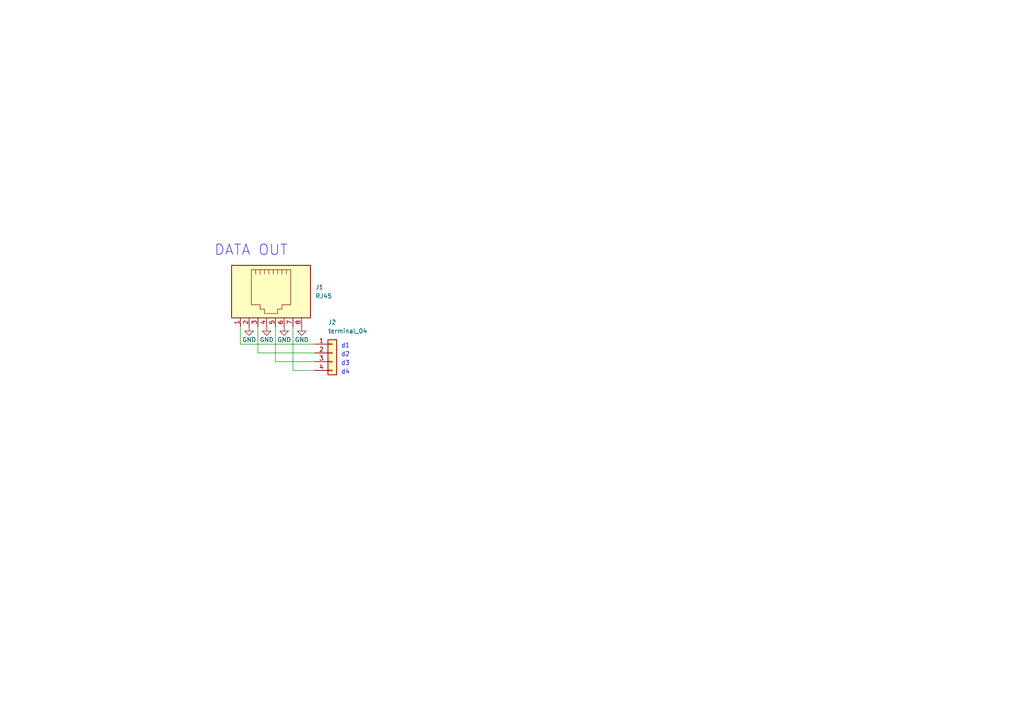
<source format=kicad_sch>
(kicad_sch (version 20230121) (generator eeschema)
  (paper "A4")
  (lib_symbols
    (symbol "Connector:RJ45" (pin_names (offset 1.016))
      (property "Reference" "J" (at -5.08 13.97 0))
      (property "Value" "RJ45" (at 2.54 13.97 0))
      (symbol "RJ45_0_1"
        (polyline (pts (xy -5.08 4.445) (xy -6.35 4.445)))
        (polyline (pts (xy -5.08 5.715) (xy -6.35 5.715)))
        (polyline (pts (xy -6.35 -3.175) (xy -5.08 -3.175) (xy -5.08 -3.175)))
        (polyline (pts (xy -6.35 -1.905) (xy -5.08 -1.905) (xy -5.08 -1.905)))
        (polyline (pts (xy -6.35 -0.635) (xy -5.08 -0.635) (xy -5.08 -0.635)))
        (polyline (pts (xy -6.35 0.635) (xy -5.08 0.635) (xy -5.08 0.635)))
        (polyline (pts (xy -6.35 1.905) (xy -5.08 1.905) (xy -5.08 1.905)))
        (polyline (pts (xy -5.08 3.175) (xy -6.35 3.175) (xy -6.35 3.175)))
        (polyline (pts (xy -6.35 -4.445) (xy -6.35 6.985) (xy 3.81 6.985) (xy 3.81 4.445) (xy 5.08 4.445) (xy 5.08 3.175) (xy 6.35 3.175) (xy 6.35 -0.635) (xy 5.08 -0.635) (xy 5.08 -1.905) (xy 3.81 -1.905) (xy 3.81 -4.445) (xy -6.35 -4.445) (xy -6.35 -4.445)))
        (rectangle (start 7.62 12.7) (end -7.62 -10.16) (stroke (width 0.254)) (fill (type background)))
      )
      (symbol "RJ45_1_1"
        (pin passive line (at 10.16 -7.62 180) (length 2.54) (name "~") (number "1"))
        (pin passive line (at 10.16 -5.08 180) (length 2.54) (name "~") (number "2"))
        (pin passive line (at 10.16 -2.54 180) (length 2.54) (name "~") (number "3"))
        (pin passive line (at 10.16 0 180) (length 2.54) (name "~") (number "4"))
        (pin passive line (at 10.16 2.54 180) (length 2.54) (name "~") (number "5"))
        (pin passive line (at 10.16 5.08 180) (length 2.54) (name "~") (number "6"))
        (pin passive line (at 10.16 7.62 180) (length 2.54) (name "~") (number "7"))
        (pin passive line (at 10.16 10.16 180) (length 2.54) (name "~") (number "8"))
      )
    )
    (symbol "Connector_Generic:Conn_01x04" (pin_names (offset 1.016) hide)
      (property "Reference" "J" (at 0 5.08 0))
      (property "Value" "Conn_01x04" (at 0 -7.62 0))
      (symbol "Conn_01x04_1_1"
        (rectangle (start -1.27 -4.953) (end 0 -5.207) (stroke (width 0.1524)))
        (rectangle (start -1.27 -2.413) (end 0 -2.667) (stroke (width 0.1524)))
        (rectangle (start -1.27 0.127) (end 0 -0.127) (stroke (width 0.1524)))
        (rectangle (start -1.27 2.667) (end 0 2.413) (stroke (width 0.1524)))
        (rectangle (start -1.27 3.81) (end 1.27 -6.35) (stroke (width 0.254)) (fill (type background)))
        (pin passive line (at -5.08 2.54 0) (length 3.81) (name "Pin_1") (number "1"))
        (pin passive line (at -5.08 0 0) (length 3.81) (name "Pin_2") (number "2"))
        (pin passive line (at -5.08 -2.54 0) (length 3.81) (name "Pin_3") (number "3"))
        (pin passive line (at -5.08 -5.08 0) (length 3.81) (name "Pin_4") (number "4"))
      )
    )
    (symbol "power:GND" (power) (pin_names (offset 0))
      (property "Value" "GND" (at 0 -3.81 0))
      (symbol "GND_0_1"
        (polyline (pts (xy 0 0) (xy 0 -1.27) (xy 1.27 -1.27) (xy 0 -2.54) (xy -1.27 -1.27) (xy 0 -1.27)))
      )
      (symbol "GND_1_1"
        (pin power_in line (at 0 0 270) (length 0) hide (name "GND") (number "1"))
      )
    )
  )
  (wire (pts (xy 84.963 107.442) (xy 91.313 107.442)))
  (wire (pts (xy 69.723 99.822) (xy 91.313 99.822)))
  (wire (pts (xy 69.723 94.742) (xy 69.723 99.822)))
  (wire (pts (xy 74.803 94.742) (xy 74.803 102.362)))
  (wire (pts (xy 74.803 102.362) (xy 91.313 102.362)))
  (wire (pts (xy 84.963 94.742) (xy 84.963 107.442)))
  (wire (pts (xy 79.883 104.902) (xy 91.313 104.902)))
  (wire (pts (xy 79.883 94.742) (xy 79.883 104.902)))
  (text "DATA OUT" (at 62.103 74.422 0) (effects (font (size 3 3)) (justify left bottom)))
  (text "d3" (at 98.933 106.172 0) (effects (font (size 1.27 1.27)) (justify left bottom)))
  (text "d1" (at 98.933 101.092 0) (effects (font (size 1.27 1.27)) (justify left bottom)))
  (text "d2" (at 98.933 103.632 0) (effects (font (size 1.27 1.27)) (justify left bottom)))
  (text "d4" (at 98.933 108.712 0) (effects (font (size 1.27 1.27)) (justify left bottom)))
  (symbol (lib_id "power:GND") (at 87.503 94.742 0) (unit 1)
    (property "Reference" "#PWR011" (effects hide))
    (property "Value" "GND" (at 87.503 98.552 0))
  )
  (symbol (lib_id "power:GND") (at 77.343 94.742 0) (unit 1)
    (property "Reference" "#PWR09" (effects hide))
    (property "Value" "GND" (at 77.343 98.552 0))
  )
  (symbol (lib_id "Connector:RJ45") (at 77.343 84.582 270) (unit 1)
    (property "Reference" "J1" (at 91.44 83.312 90) (effects (justify left)))
    (property "Value" "RJ45" (at 91.44 85.852 90) (effects (justify left)))
    (property "Footprint" "Connector_RJ:RJ45_Amphenol_54602-x08_Horizontal" (effects hide))
  )
  (symbol (lib_id "power:GND") (at 72.263 94.742 0) (unit 1)
    (property "Reference" "#PWR08" (effects hide))
    (property "Value" "GND" (at 72.263 98.552 0))
  )
  (symbol (lib_id "Connector_Generic:Conn_01x04") (at 96.393 102.362 0) (unit 1)
    (property "Reference" "J2" (at 95.123 93.472 0) (effects (justify left)))
    (property "Value" "terminal_04" (at 95.123 96.012 0) (effects (justify left)))
    (property "Footprint" "lib_fp:terminal_04" (effects hide))
  )
  (symbol (lib_id "power:GND") (at 82.423 94.742 0) (unit 1)
    (property "Reference" "#PWR010" (effects hide))
    (property "Value" "GND" (at 82.423 98.552 0))
  )
)
</source>
